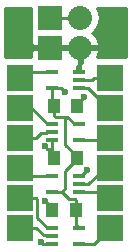
<source format=gtl>
G04 #@! TF.FileFunction,Copper,L1,Top,Signal*
%FSLAX46Y46*%
G04 Gerber Fmt 4.6, Leading zero omitted, Abs format (unit mm)*
G04 Created by KiCad (PCBNEW 4.0.4+e1-6308~48~ubuntu16.04.1-stable) date Thu Nov  3 23:05:53 2016*
%MOMM*%
%LPD*%
G01*
G04 APERTURE LIST*
%ADD10C,0.100000*%
%ADD11R,2.032000X2.032000*%
%ADD12O,2.032000X2.032000*%
%ADD13R,2.235200X2.235200*%
%ADD14R,1.000000X1.250000*%
%ADD15R,1.100000X0.400000*%
%ADD16C,0.600000*%
%ADD17C,0.250000*%
%ADD18C,0.254000*%
G04 APERTURE END LIST*
D10*
D11*
X236220000Y-83820000D03*
D12*
X238760000Y-83820000D03*
D11*
X236220000Y-86360000D03*
D12*
X238760000Y-86360000D03*
D13*
X241300000Y-88900000D03*
X233680000Y-88900000D03*
X233680000Y-93980000D03*
X241300000Y-93980000D03*
X233680000Y-101600000D03*
X241300000Y-101600000D03*
X241300000Y-96520000D03*
X233680000Y-96520000D03*
X241300000Y-91440000D03*
X233680000Y-91440000D03*
X233680000Y-99060000D03*
X241300000Y-99060000D03*
D14*
X236500000Y-91300000D03*
X238500000Y-91300000D03*
X238500000Y-95700000D03*
X236500000Y-95700000D03*
D15*
X238650000Y-89750000D03*
X238650000Y-89100000D03*
X238650000Y-88450000D03*
X236350000Y-88450000D03*
X236350000Y-89750000D03*
X236350000Y-92850000D03*
X236350000Y-93500000D03*
X236350000Y-94150000D03*
X238650000Y-94150000D03*
X238650000Y-92850000D03*
X236350000Y-101650000D03*
X236350000Y-102300000D03*
X236350000Y-102950000D03*
X238650000Y-102950000D03*
X238650000Y-101650000D03*
X238650000Y-98550000D03*
X238650000Y-97900000D03*
X238650000Y-97250000D03*
X236350000Y-97250000D03*
X236350000Y-98550000D03*
D14*
X238400000Y-100100000D03*
X236400000Y-100100000D03*
D16*
X237500000Y-90125000D03*
X235775000Y-99350000D03*
X235446445Y-102853555D03*
X239375000Y-96700000D03*
X235800000Y-94725000D03*
X239100000Y-90550000D03*
D17*
X238400000Y-100100000D02*
X238400000Y-101400000D01*
X238400000Y-101400000D02*
X238650000Y-101650000D01*
X237850000Y-99150000D02*
X238325000Y-99150000D01*
X238325000Y-99150000D02*
X238400000Y-99225000D01*
X238400000Y-99225000D02*
X238400000Y-100100000D01*
X237250000Y-98550000D02*
X237850000Y-99150000D01*
X237200000Y-98550000D02*
X237250000Y-98550000D01*
X237500000Y-98250000D02*
X237200000Y-98550000D01*
X237200000Y-98550000D02*
X236350000Y-98550000D01*
X237500000Y-96825000D02*
X237500000Y-98250000D01*
X238500000Y-95700000D02*
X238500000Y-95825000D01*
X238500000Y-95825000D02*
X237500000Y-96825000D01*
X237500000Y-92200000D02*
X237650000Y-92200000D01*
X236650000Y-92200000D02*
X237500000Y-92200000D01*
X237500000Y-92200000D02*
X237500000Y-94575000D01*
X237500000Y-94575000D02*
X238500000Y-95575000D01*
X238500000Y-95575000D02*
X238500000Y-95700000D01*
X236500000Y-91300000D02*
X236500000Y-91425000D01*
X238300000Y-92850000D02*
X238650000Y-92850000D01*
X236500000Y-91425000D02*
X236525000Y-91450000D01*
X236525000Y-91450000D02*
X236525000Y-92075000D01*
X237650000Y-92200000D02*
X238300000Y-92850000D01*
X236525000Y-92075000D02*
X236650000Y-92200000D01*
X236350000Y-89750000D02*
X236350000Y-91150000D01*
X236350000Y-91150000D02*
X236500000Y-91300000D01*
X236350000Y-89750000D02*
X237125000Y-89750000D01*
X237125000Y-89750000D02*
X237500000Y-90125000D01*
X236220000Y-83820000D02*
X238760000Y-83820000D01*
X238650000Y-88450000D02*
X238650000Y-86470000D01*
X238650000Y-86470000D02*
X238760000Y-86360000D01*
X238500000Y-91300000D02*
X238500000Y-91150000D01*
X238500000Y-91150000D02*
X239100000Y-90550000D01*
X236400000Y-100100000D02*
X236400000Y-99975000D01*
X236400000Y-99975000D02*
X235775000Y-99350000D01*
X236350000Y-102950000D02*
X235542890Y-102950000D01*
X235542890Y-102950000D02*
X235446445Y-102853555D01*
X238650000Y-97250000D02*
X238825000Y-97250000D01*
X238825000Y-97250000D02*
X239375000Y-96700000D01*
X236350000Y-94900000D02*
X236350000Y-95550000D01*
X236350000Y-94900000D02*
X235975000Y-94900000D01*
X236350000Y-94150000D02*
X236350000Y-94900000D01*
X235975000Y-94900000D02*
X235800000Y-94725000D01*
X236350000Y-95550000D02*
X236500000Y-95700000D01*
X241300000Y-88900000D02*
X239932400Y-88900000D01*
X239932400Y-88900000D02*
X239732400Y-89100000D01*
X239732400Y-89100000D02*
X239450000Y-89100000D01*
X239450000Y-89100000D02*
X238650000Y-89100000D01*
X236350000Y-88450000D02*
X234130000Y-88450000D01*
X234130000Y-88450000D02*
X233680000Y-88900000D01*
X236350000Y-93500000D02*
X235950000Y-93500000D01*
X235950000Y-93500000D02*
X235825001Y-93624999D01*
X235825001Y-93624999D02*
X235402601Y-93624999D01*
X235402601Y-93624999D02*
X235047600Y-93980000D01*
X235047600Y-93980000D02*
X233680000Y-93980000D01*
X238650000Y-94150000D02*
X241130000Y-94150000D01*
X241130000Y-94150000D02*
X241300000Y-93980000D01*
X236350000Y-102300000D02*
X236278554Y-102228554D01*
X236278554Y-102228554D02*
X235676154Y-102228554D01*
X235676154Y-102228554D02*
X235047600Y-101600000D01*
X235047600Y-101600000D02*
X233680000Y-101600000D01*
X238650000Y-102950000D02*
X239950000Y-102950000D01*
X239950000Y-102950000D02*
X241300000Y-101600000D01*
X238650000Y-97900000D02*
X239450000Y-97900000D01*
X239450000Y-97900000D02*
X240830000Y-96520000D01*
X240830000Y-96520000D02*
X241300000Y-96520000D01*
X236350000Y-97250000D02*
X234410000Y-97250000D01*
X234410000Y-97250000D02*
X233680000Y-96520000D01*
X238650000Y-89750000D02*
X239450000Y-89750000D01*
X239450000Y-89750000D02*
X241140000Y-91440000D01*
X241140000Y-91440000D02*
X241300000Y-91440000D01*
X236350000Y-92850000D02*
X236000000Y-92850000D01*
X236000000Y-92850000D02*
X234590000Y-91440000D01*
X234590000Y-91440000D02*
X233680000Y-91440000D01*
X236350000Y-101650000D02*
X236000000Y-101650000D01*
X236000000Y-101650000D02*
X235122601Y-100772601D01*
X235122601Y-100772601D02*
X235122601Y-99135001D01*
X235122601Y-99135001D02*
X235047600Y-99060000D01*
X235047600Y-99060000D02*
X233680000Y-99060000D01*
X238650000Y-98550000D02*
X240790000Y-98550000D01*
X240790000Y-98550000D02*
X241300000Y-99060000D01*
D18*
G36*
X236527000Y-99973000D02*
X236547000Y-99973000D01*
X236547000Y-100227000D01*
X236527000Y-100227000D01*
X236527000Y-100247000D01*
X236273000Y-100247000D01*
X236273000Y-100227000D01*
X236253000Y-100227000D01*
X236253000Y-99973000D01*
X236273000Y-99973000D01*
X236273000Y-99953000D01*
X236527000Y-99953000D01*
X236527000Y-99973000D01*
X236527000Y-99973000D01*
G37*
X236527000Y-99973000D02*
X236547000Y-99973000D01*
X236547000Y-100227000D01*
X236527000Y-100227000D01*
X236527000Y-100247000D01*
X236273000Y-100247000D01*
X236273000Y-100227000D01*
X236253000Y-100227000D01*
X236253000Y-99973000D01*
X236273000Y-99973000D01*
X236273000Y-99953000D01*
X236527000Y-99953000D01*
X236527000Y-99973000D01*
G36*
X236627000Y-95573000D02*
X236647000Y-95573000D01*
X236647000Y-95827000D01*
X236627000Y-95827000D01*
X236627000Y-95847000D01*
X236373000Y-95847000D01*
X236373000Y-95827000D01*
X236353000Y-95827000D01*
X236353000Y-95573000D01*
X236373000Y-95573000D01*
X236373000Y-95553000D01*
X236627000Y-95553000D01*
X236627000Y-95573000D01*
X236627000Y-95573000D01*
G37*
X236627000Y-95573000D02*
X236647000Y-95573000D01*
X236647000Y-95827000D01*
X236627000Y-95827000D01*
X236627000Y-95847000D01*
X236373000Y-95847000D01*
X236373000Y-95827000D01*
X236353000Y-95827000D01*
X236353000Y-95573000D01*
X236373000Y-95573000D01*
X236373000Y-95553000D01*
X236627000Y-95553000D01*
X236627000Y-95573000D01*
G36*
X238627000Y-91173000D02*
X238647000Y-91173000D01*
X238647000Y-91427000D01*
X238627000Y-91427000D01*
X238627000Y-91447000D01*
X238373000Y-91447000D01*
X238373000Y-91427000D01*
X238353000Y-91427000D01*
X238353000Y-91173000D01*
X238373000Y-91173000D01*
X238373000Y-91153000D01*
X238627000Y-91153000D01*
X238627000Y-91173000D01*
X238627000Y-91173000D01*
G37*
X238627000Y-91173000D02*
X238647000Y-91173000D01*
X238647000Y-91427000D01*
X238627000Y-91427000D01*
X238627000Y-91447000D01*
X238373000Y-91447000D01*
X238373000Y-91427000D01*
X238353000Y-91427000D01*
X238353000Y-91173000D01*
X238373000Y-91173000D01*
X238373000Y-91153000D01*
X238627000Y-91153000D01*
X238627000Y-91173000D01*
G36*
X234556560Y-84836000D02*
X234600838Y-85071317D01*
X234618355Y-85098539D01*
X234569000Y-85217691D01*
X234569000Y-86074250D01*
X234727750Y-86233000D01*
X236093000Y-86233000D01*
X236093000Y-86213000D01*
X236347000Y-86213000D01*
X236347000Y-86233000D01*
X238633000Y-86233000D01*
X238633000Y-86213000D01*
X238887000Y-86213000D01*
X238887000Y-86233000D01*
X240247367Y-86233000D01*
X240365983Y-85977054D01*
X240097188Y-85391621D01*
X239793026Y-85109586D01*
X239927433Y-85019778D01*
X240285325Y-84484155D01*
X240411000Y-83852345D01*
X240411000Y-83787655D01*
X240285325Y-83155845D01*
X240185202Y-83006000D01*
X242622000Y-83006000D01*
X242622000Y-87176352D01*
X242417600Y-87134960D01*
X240185994Y-87134960D01*
X240365983Y-86742946D01*
X240247367Y-86487000D01*
X238887000Y-86487000D01*
X238887000Y-87663750D01*
X238777000Y-87773750D01*
X238777000Y-88252560D01*
X238523000Y-88252560D01*
X238523000Y-87898040D01*
X238633000Y-87846836D01*
X238633000Y-86487000D01*
X236347000Y-86487000D01*
X236347000Y-86507000D01*
X236093000Y-86507000D01*
X236093000Y-86487000D01*
X234727750Y-86487000D01*
X234569000Y-86645750D01*
X234569000Y-87134960D01*
X232562400Y-87134960D01*
X232358000Y-87173421D01*
X232358000Y-83006000D01*
X234556560Y-83006000D01*
X234556560Y-84836000D01*
X234556560Y-84836000D01*
G37*
X234556560Y-84836000D02*
X234600838Y-85071317D01*
X234618355Y-85098539D01*
X234569000Y-85217691D01*
X234569000Y-86074250D01*
X234727750Y-86233000D01*
X236093000Y-86233000D01*
X236093000Y-86213000D01*
X236347000Y-86213000D01*
X236347000Y-86233000D01*
X238633000Y-86233000D01*
X238633000Y-86213000D01*
X238887000Y-86213000D01*
X238887000Y-86233000D01*
X240247367Y-86233000D01*
X240365983Y-85977054D01*
X240097188Y-85391621D01*
X239793026Y-85109586D01*
X239927433Y-85019778D01*
X240285325Y-84484155D01*
X240411000Y-83852345D01*
X240411000Y-83787655D01*
X240285325Y-83155845D01*
X240185202Y-83006000D01*
X242622000Y-83006000D01*
X242622000Y-87176352D01*
X242417600Y-87134960D01*
X240185994Y-87134960D01*
X240365983Y-86742946D01*
X240247367Y-86487000D01*
X238887000Y-86487000D01*
X238887000Y-87663750D01*
X238777000Y-87773750D01*
X238777000Y-88252560D01*
X238523000Y-88252560D01*
X238523000Y-87898040D01*
X238633000Y-87846836D01*
X238633000Y-86487000D01*
X236347000Y-86487000D01*
X236347000Y-86507000D01*
X236093000Y-86507000D01*
X236093000Y-86487000D01*
X234727750Y-86487000D01*
X234569000Y-86645750D01*
X234569000Y-87134960D01*
X232562400Y-87134960D01*
X232358000Y-87173421D01*
X232358000Y-83006000D01*
X234556560Y-83006000D01*
X234556560Y-84836000D01*
M02*

</source>
